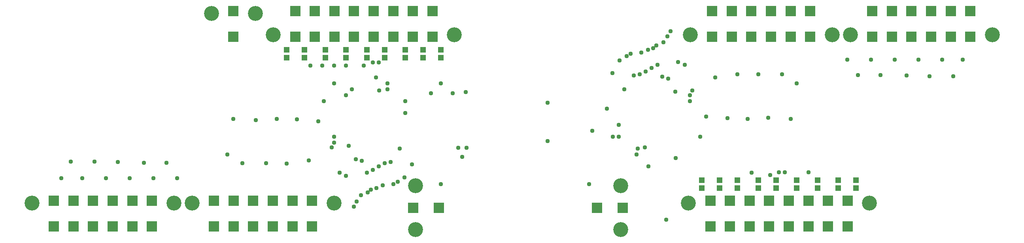
<source format=gbr>
G04 EAGLE Gerber RS-274X export*
G75*
%MOMM*%
%FSLAX34Y34*%
%LPD*%
%INSoldermask Bottom*%
%IPPOS*%
%AMOC8*
5,1,8,0,0,1.08239X$1,22.5*%
G01*
%ADD10R,1.203200X1.303200*%
%ADD11R,2.303200X2.303200*%
%ADD12C,3.203200*%
%ADD13R,1.303200X1.203200*%
%ADD14C,0.959600*%


D10*
X901700Y402200D03*
X901700Y385200D03*
D11*
X897450Y63500D03*
X842450Y63500D03*
D12*
X847050Y110500D03*
X847050Y16500D03*
D13*
X863600Y385200D03*
X863600Y402200D03*
X825500Y385200D03*
X825500Y402200D03*
X781050Y385200D03*
X781050Y402200D03*
X742950Y385200D03*
X742950Y402200D03*
X698500Y385200D03*
X698500Y402200D03*
X654050Y385200D03*
X654050Y402200D03*
X609600Y385200D03*
X609600Y402200D03*
X571500Y385200D03*
X571500Y402200D03*
D11*
X282800Y23300D03*
X240800Y23300D03*
X198800Y23300D03*
X156800Y23300D03*
X114800Y23300D03*
X72800Y23300D03*
X72800Y78300D03*
X198800Y78300D03*
X156800Y78300D03*
X114800Y78300D03*
X240800Y78300D03*
X282800Y78300D03*
D12*
X329800Y73700D03*
X25800Y73700D03*
D11*
X625700Y23300D03*
X583700Y23300D03*
X541700Y23300D03*
X499700Y23300D03*
X457700Y23300D03*
X415700Y23300D03*
X415700Y78300D03*
X541700Y78300D03*
X499700Y78300D03*
X457700Y78300D03*
X583700Y78300D03*
X625700Y78300D03*
D12*
X672700Y73700D03*
X368700Y73700D03*
D11*
X589600Y484700D03*
X631600Y484700D03*
X673600Y484700D03*
X715600Y484700D03*
X757600Y484700D03*
X799600Y484700D03*
X841600Y484700D03*
X883600Y484700D03*
X715600Y429700D03*
X757600Y429700D03*
X799600Y429700D03*
X841600Y429700D03*
X883600Y429700D03*
X589600Y429700D03*
X631600Y429700D03*
X673600Y429700D03*
D12*
X542600Y434300D03*
X930600Y434300D03*
D11*
X1236150Y63500D03*
X1291150Y63500D03*
D12*
X1286550Y16500D03*
X1286550Y110500D03*
D11*
X457200Y429700D03*
X457200Y484700D03*
D12*
X504200Y480100D03*
X410200Y480100D03*
D10*
X1460500Y105800D03*
X1460500Y122800D03*
D13*
X1498600Y122800D03*
X1498600Y105800D03*
X1536700Y122800D03*
X1536700Y105800D03*
X1581150Y122800D03*
X1581150Y105800D03*
X1619250Y122800D03*
X1619250Y105800D03*
X1663700Y122800D03*
X1663700Y105800D03*
X1708150Y122800D03*
X1708150Y105800D03*
X1752600Y122800D03*
X1752600Y105800D03*
X1790700Y122800D03*
X1790700Y105800D03*
D11*
X1825400Y484700D03*
X1867400Y484700D03*
X1909400Y484700D03*
X1951400Y484700D03*
X1993400Y484700D03*
X2035400Y484700D03*
X2035400Y429700D03*
X1909400Y429700D03*
X1951400Y429700D03*
X1993400Y429700D03*
X1867400Y429700D03*
X1825400Y429700D03*
D12*
X1778400Y434300D03*
X2082400Y434300D03*
D11*
X1482500Y484700D03*
X1524500Y484700D03*
X1566500Y484700D03*
X1608500Y484700D03*
X1650500Y484700D03*
X1692500Y484700D03*
X1692500Y429700D03*
X1566500Y429700D03*
X1608500Y429700D03*
X1650500Y429700D03*
X1524500Y429700D03*
X1482500Y429700D03*
D12*
X1435500Y434300D03*
X1739500Y434300D03*
D11*
X1772600Y23300D03*
X1730600Y23300D03*
X1688600Y23300D03*
X1646600Y23300D03*
X1604600Y23300D03*
X1562600Y23300D03*
X1520600Y23300D03*
X1478600Y23300D03*
X1646600Y78300D03*
X1604600Y78300D03*
X1562600Y78300D03*
X1520600Y78300D03*
X1478600Y78300D03*
X1772600Y78300D03*
X1730600Y78300D03*
X1688600Y78300D03*
D12*
X1819600Y73700D03*
X1431600Y73700D03*
D14*
X285750Y127000D03*
X808990Y119380D03*
X619125Y165100D03*
X793750Y161290D03*
X234950Y127000D03*
X800024Y114224D03*
X571500Y158468D03*
X781050Y158750D03*
X527050Y158750D03*
X768350Y152400D03*
X184150Y127000D03*
X777240Y111816D03*
X133350Y127000D03*
X763270Y105748D03*
X476250Y158750D03*
X755650Y144780D03*
X88900Y127000D03*
X751840Y102700D03*
X444500Y177800D03*
X742950Y138430D03*
X684530Y138430D03*
X313690Y160020D03*
X745056Y96632D03*
X638810Y248920D03*
X732508Y163830D03*
X265430Y160020D03*
X730250Y90170D03*
X593090Y252730D03*
X719585Y167866D03*
X209550Y161290D03*
X721535Y77295D03*
X549910Y254000D03*
X704215Y195994D03*
X160020Y162560D03*
X715010Y66040D03*
X505460Y251460D03*
X673100Y203200D03*
X109220Y162560D03*
X668020Y193040D03*
X457200Y254000D03*
X673100Y215900D03*
X336550Y127000D03*
X824060Y128440D03*
X698500Y132080D03*
X813656Y190445D03*
X787400Y317500D03*
X825500Y266700D03*
X839470Y156210D03*
X901700Y114300D03*
X650875Y292100D03*
X955040Y311150D03*
X927100Y308610D03*
X880110Y308610D03*
X938530Y191770D03*
X956310Y191770D03*
X622300Y368300D03*
X647700Y368300D03*
X673100Y368300D03*
X698500Y368300D03*
X736600Y368300D03*
X755650Y374650D03*
X768350Y374650D03*
X762868Y342900D03*
X787400Y330200D03*
X673100Y330200D03*
X901700Y330200D03*
X769620Y314960D03*
X825500Y292100D03*
X1219200Y114300D03*
X1130300Y206375D03*
X1130300Y288925D03*
X1225550Y228344D03*
X1270000Y215900D03*
X1323340Y190500D03*
X1282700Y241300D03*
X1268730Y351790D03*
X1457325Y215900D03*
X1257300Y275590D03*
X1384300Y38100D03*
X698500Y304800D03*
X711200Y317500D03*
X947420Y172720D03*
X1822450Y381000D03*
X1299210Y388620D03*
X1489075Y342900D03*
X1314450Y346710D03*
X1873250Y381000D03*
X1308176Y393776D03*
X1536700Y349532D03*
X1327150Y349250D03*
X1581150Y349250D03*
X1339850Y355600D03*
X1924050Y381000D03*
X1330960Y396184D03*
X1974850Y381000D03*
X1344930Y402252D03*
X1631950Y349250D03*
X1352550Y363220D03*
X2019300Y381000D03*
X1356360Y405300D03*
X1663700Y330200D03*
X1365250Y369570D03*
X1423670Y369570D03*
X1794510Y347980D03*
X1363144Y411368D03*
X1469390Y259080D03*
X1375692Y344170D03*
X1842770Y347980D03*
X1377950Y417830D03*
X1515110Y255270D03*
X1388615Y340134D03*
X1898650Y346710D03*
X1386665Y430705D03*
X1558290Y254000D03*
X1403985Y312006D03*
X1948180Y345440D03*
X1393190Y441960D03*
X1602740Y256540D03*
X1435100Y304800D03*
X1998980Y345440D03*
X1440180Y314960D03*
X1651000Y254000D03*
X1435100Y292100D03*
X1771650Y381000D03*
X1284140Y379560D03*
X1409700Y375920D03*
X1294544Y317555D03*
X1689100Y139700D03*
X1638300Y139700D03*
X1625600Y139700D03*
X1606550Y133350D03*
X1567180Y138430D03*
X1320800Y177800D03*
X1404620Y170180D03*
X1346200Y152400D03*
X1338580Y193040D03*
X1282700Y215900D03*
M02*

</source>
